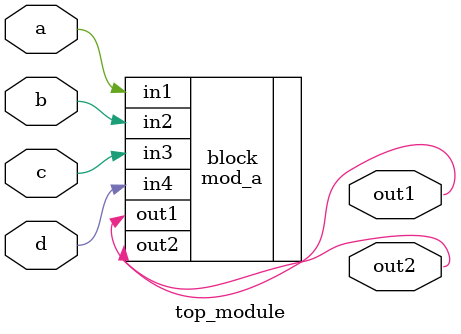
<source format=v>
module top_module (
    input a,
    input b,
    input c,
    input d,
    output out1,
    output out2
);
    mod_a block(
        .in1(a),
        .in2(b),
        .in3(c),
        .in4(d),
        .out1(out1),
        .out2(out2)
    );
endmodule

</source>
